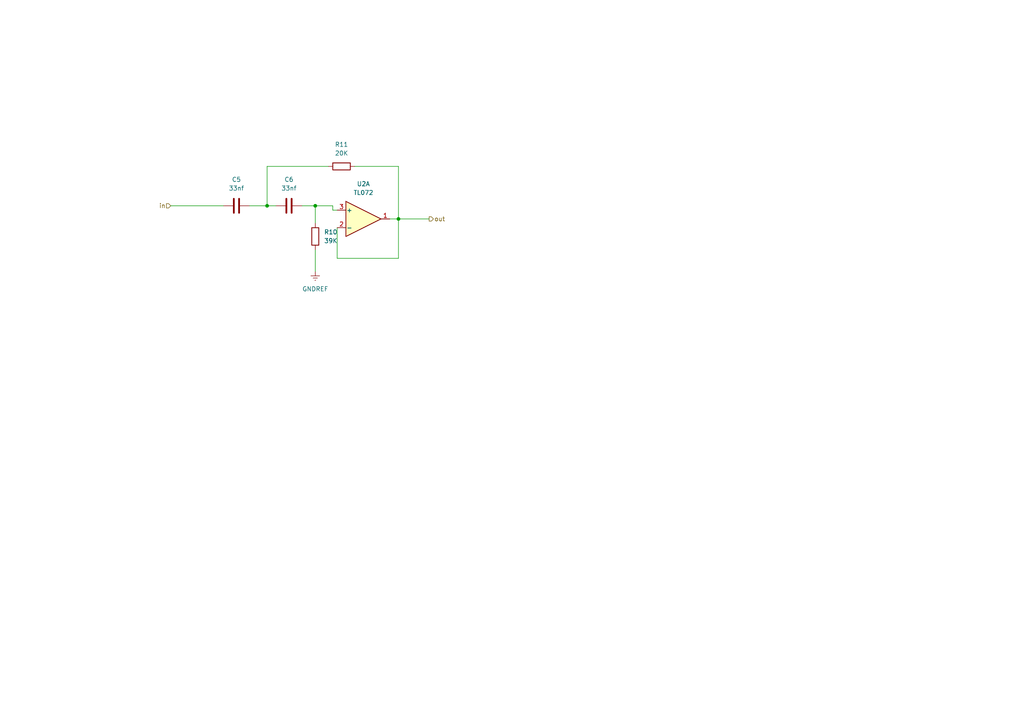
<source format=kicad_sch>
(kicad_sch (version 20230121) (generator eeschema)
  (paper "A4")
  (lib_symbols
    (symbol "Amplifier_Operational:TL072" (pin_names (offset 0.127))
      (property "Reference" "U" (at 0 5.08 0))
      (property "Value" "TL072" (at 0 -5.08 0))
      (symbol "TL072_1_1"
        (polyline (pts (xy -5.08 5.08) (xy 5.08 0) (xy -5.08 -5.08) (xy -5.08 5.08)) (stroke (width 0.254)) (fill (type background)))
        (pin output line (at 7.62 0 180) (length 2.54) (name "~") (number "1"))
        (pin input line (at -7.62 -2.54 0) (length 2.54) (name "-") (number "2"))
        (pin input line (at -7.62 2.54 0) (length 2.54) (name "+") (number "3"))
      )
      (symbol "TL072_2_1"
        (polyline (pts (xy -5.08 5.08) (xy 5.08 0) (xy -5.08 -5.08) (xy -5.08 5.08)) (stroke (width 0.254)) (fill (type background)))
        (pin input line (at -7.62 2.54 0) (length 2.54) (name "+") (number "5"))
        (pin input line (at -7.62 -2.54 0) (length 2.54) (name "-") (number "6"))
        (pin output line (at 7.62 0 180) (length 2.54) (name "~") (number "7"))
      )
      (symbol "TL072_3_1"
        (pin power_in line (at -2.54 -7.62 90) (length 3.81) (name "V-") (number "4"))
        (pin power_in line (at -2.54 7.62 270) (length 3.81) (name "V+") (number "8"))
      )
    )
    (symbol "Device:C" (pin_numbers hide) (pin_names (offset 0.254))
      (property "Reference" "C" (at 0.635 2.54 0))
      (property "Value" "C" (at 0.635 -2.54 0))
      (symbol "C_0_1"
        (polyline (pts (xy -2.032 -0.762) (xy 2.032 -0.762)) (stroke (width 0.508)))
        (polyline (pts (xy -2.032 0.762) (xy 2.032 0.762)) (stroke (width 0.508)))
      )
      (symbol "C_1_1"
        (pin passive line (at 0 3.81 270) (length 2.794) (name "~") (number "1"))
        (pin passive line (at 0 -3.81 90) (length 2.794) (name "~") (number "2"))
      )
    )
    (symbol "Device:R" (pin_numbers hide) (pin_names (offset 0))
      (property "Reference" "R" (at 2.032 0 90))
      (property "Value" "R" (at 0 0 90))
      (symbol "R_0_1"
        (rectangle (start -1.016 -2.54) (end 1.016 2.54) (stroke (width 0.254)))
      )
      (symbol "R_1_1"
        (pin passive line (at 0 3.81 270) (length 1.27) (name "~") (number "1"))
        (pin passive line (at 0 -3.81 90) (length 1.27) (name "~") (number "2"))
      )
    )
    (symbol "power:GNDREF" (power) (pin_names (offset 0))
      (property "Value" "GNDREF" (at 0 -3.81 0))
      (symbol "GNDREF_0_1"
        (polyline (pts (xy -0.635 -1.905) (xy 0.635 -1.905)))
        (polyline (pts (xy -0.127 -2.54) (xy 0.127 -2.54)))
        (polyline (pts (xy 0 -1.27) (xy 0 0)))
        (polyline (pts (xy 1.27 -1.27) (xy -1.27 -1.27)))
      )
      (symbol "GNDREF_1_1"
        (pin power_in line (at 0 0 270) (length 0) hide (name "GNDREF") (number "1"))
      )
    )
  )
  (junction (at 115.57 63.5))
  (junction (at 77.47 59.69))
  (junction (at 91.44 59.69))
  (wire (pts (xy 115.57 63.5) (xy 124.46 63.5)))
  (wire (pts (xy 77.47 48.26) (xy 77.47 59.69)))
  (wire (pts (xy 115.57 63.5) (xy 113.03 63.5)))
  (wire (pts (xy 115.57 74.93) (xy 115.57 63.5)))
  (wire (pts (xy 102.87 48.26) (xy 115.57 48.26)))
  (wire (pts (xy 115.57 48.26) (xy 115.57 63.5)))
  (wire (pts (xy 72.39 59.69) (xy 77.47 59.69)))
  (wire (pts (xy 87.63 59.69) (xy 91.44 59.69)))
  (wire (pts (xy 97.79 74.93) (xy 115.57 74.93)))
  (wire (pts (xy 96.52 60.96) (xy 97.79 60.96)))
  (wire (pts (xy 95.25 48.26) (xy 77.47 48.26)))
  (wire (pts (xy 77.47 59.69) (xy 80.01 59.69)))
  (wire (pts (xy 96.52 59.69) (xy 96.52 60.96)))
  (wire (pts (xy 97.79 66.04) (xy 97.79 74.93)))
  (wire (pts (xy 91.44 64.77) (xy 91.44 59.69)))
  (wire (pts (xy 91.44 59.69) (xy 96.52 59.69)))
  (wire (pts (xy 49.53 59.69) (xy 64.77 59.69)))
  (wire (pts (xy 91.44 72.39) (xy 91.44 78.74)))
  (hierarchical_label "in" (shape input) (at 49.53 59.69 180))
  (hierarchical_label "out" (shape output) (at 124.46 63.5 0))
  (symbol (lib_id "Device:C") (at 83.82 59.69 90) (unit 1)
    (property "Reference" "C6" (at 83.82 52.07 90))
    (property "Value" "33nf" (at 83.82 54.61 90))
    (property "Footprint" "Capacitor_THT:C_Disc_D6.0mm_W2.5mm_P5.00mm" (effects hide))
    (instances (project "crossover" (path "" (reference "C6") (unit 1)) (path "" (reference "C8") (unit 1)) (path "" (reference "C10") (unit 1)) (path "" (reference "C12") (unit 1))))
  )
  (symbol (lib_id "Amplifier_Operational:TL072") (at 105.41 63.5 0) (unit 1)
    (property "Reference" "U2" (at 105.41 53.34 0))
    (property "Value" "TL072" (at 105.41 55.88 0))
    (property "Footprint" "Package_DIP:DIP-8_W7.62mm_Socket" (effects hide))
    (property "Datasheet" "http://www.ti.com/lit/ds/symlink/tl071.pdf" (effects hide))
    (instances (project "crossover" (path "" (reference "U2") (unit 1)) (path "" (reference "U2") (unit 2)) (path "" (reference "U3") (unit 1)) (path "" (reference "U3") (unit 2))))
  )
  (symbol (lib_id "Device:C") (at 68.58 59.69 90) (unit 1)
    (property "Reference" "C5" (at 68.58 52.07 90))
    (property "Value" "33nf" (at 68.58 54.61 90))
    (property "Footprint" "Capacitor_THT:C_Disc_D6.0mm_W2.5mm_P5.00mm" (effects hide))
    (instances (project "crossover" (path "" (reference "C5") (unit 1)) (path "" (reference "C7") (unit 1)) (path "" (reference "C9") (unit 1)) (path "" (reference "C11") (unit 1))))
  )
  (symbol (lib_id "power:GNDREF") (at 91.44 78.74 0) (unit 1)
    (property "Reference" "#PWR09" (effects hide))
    (property "Value" "GNDREF" (at 91.44 83.82 0))
    (instances (project "crossover" (path "" (reference "#PWR09") (unit 1)) (path "" (reference "#PWR010") (unit 1)) (path "" (reference "#PWR011") (unit 1)) (path "" (reference "#PWR012") (unit 1))))
  )
  (symbol (lib_id "Device:R") (at 99.06 48.26 90) (unit 1)
    (property "Reference" "R11" (at 99.06 41.91 90))
    (property "Value" "20K" (at 99.06 44.45 90))
    (property "Footprint" "Resistor_THT:R_Axial_DIN0207_L6.3mm_D2.5mm_P7.62mm_Horizontal" (effects hide))
    (instances (project "crossover" (path "" (reference "R11") (unit 1)) (path "" (reference "R13") (unit 1)) (path "" (reference "R15") (unit 1)) (path "" (reference "R17") (unit 1))))
  )
  (symbol (lib_id "Device:R") (at 91.44 68.58 0) (unit 1)
    (property "Reference" "R10" (at 93.98 67.3099 0) (effects (justify left)))
    (property "Value" "39K" (at 93.98 69.8499 0) (effects (justify left)))
    (property "Footprint" "Resistor_THT:R_Axial_DIN0207_L6.3mm_D2.5mm_P7.62mm_Horizontal" (effects hide))
    (instances (project "crossover" (path "" (reference "R10") (unit 1)) (path "" (reference "R12") (unit 1)) (path "" (reference "R14") (unit 1)) (path "" (reference "R16") (unit 1))))
  )
)
</source>
